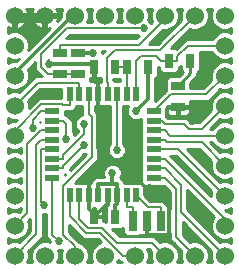
<source format=gtl>
G75*
G70*
%OFA0B0*%
%FSLAX24Y24*%
%IPPOS*%
%LPD*%
%AMOC8*
5,1,8,0,0,1.08239X$1,22.5*
%
%ADD10R,0.0220X0.0500*%
%ADD11R,0.0500X0.0220*%
%ADD12R,0.0472X0.0315*%
%ADD13R,0.0315X0.0472*%
%ADD14R,0.0276X0.0669*%
%ADD15C,0.0600*%
%ADD16C,0.0120*%
%ADD17C,0.0270*%
%ADD18C,0.0080*%
%ADD19C,0.0100*%
D10*
X002458Y002620D03*
X002773Y002620D03*
X003088Y002620D03*
X003403Y002620D03*
X003717Y002620D03*
X004032Y002620D03*
X004347Y002620D03*
X004662Y002620D03*
X004662Y006000D03*
X004347Y006000D03*
X004032Y006000D03*
X003717Y006000D03*
X003403Y006000D03*
X003088Y006000D03*
X002773Y006000D03*
X002458Y006000D03*
D11*
X001870Y005412D03*
X001870Y005097D03*
X001870Y004782D03*
X001870Y004467D03*
X001870Y004153D03*
X001870Y003838D03*
X001870Y003523D03*
X001870Y003208D03*
X005250Y003208D03*
X005250Y003523D03*
X005250Y003838D03*
X005250Y004153D03*
X005250Y004467D03*
X005250Y004782D03*
X005250Y005097D03*
X005250Y005412D03*
D12*
X006070Y005566D03*
X006070Y006274D03*
X002720Y006656D03*
X002120Y006656D03*
X002120Y007364D03*
X002720Y007364D03*
D13*
X003266Y006910D03*
X003974Y006910D03*
X004366Y006910D03*
X005074Y006910D03*
X005766Y007110D03*
X006474Y007110D03*
X003974Y001910D03*
X003266Y001910D03*
D14*
X004548Y001770D03*
X005020Y001770D03*
X005492Y001770D03*
D15*
X000620Y000610D03*
X000620Y001610D03*
X000620Y002610D03*
X000620Y003610D03*
X000620Y004610D03*
X000620Y005610D03*
X000620Y006610D03*
X000620Y007610D03*
X000620Y008610D03*
X001620Y008610D03*
X002620Y008610D03*
X003620Y008610D03*
X004620Y008610D03*
X005620Y008610D03*
X006620Y008610D03*
X007620Y008610D03*
X007620Y007610D03*
X007620Y006610D03*
X007620Y005610D03*
X007620Y004610D03*
X007620Y003610D03*
X007620Y002610D03*
X007620Y001610D03*
X007620Y000610D03*
X006620Y000610D03*
X005620Y000610D03*
X004620Y000610D03*
X003620Y000610D03*
X002620Y000610D03*
X001620Y000610D03*
D16*
X003088Y002177D02*
X003266Y001999D01*
X003266Y001910D01*
X003266Y001999D02*
X003347Y001999D01*
X003717Y002369D01*
X003717Y002620D01*
X003403Y002620D02*
X003403Y003010D01*
X003877Y003010D01*
X003877Y003369D01*
X003877Y003010D02*
X004032Y003010D01*
X004032Y002620D01*
X004032Y002344D01*
X003974Y002286D01*
X003974Y001910D01*
X003088Y002177D02*
X003088Y002620D01*
X003088Y003010D01*
X003088Y003054D01*
X003812Y003779D01*
X004099Y003779D01*
X005012Y002865D01*
X005140Y002865D01*
X005776Y002229D01*
X005776Y001360D01*
X005711Y001295D01*
X005020Y001295D01*
X005020Y001770D01*
X003812Y003779D02*
X003403Y004188D01*
X003403Y005610D01*
X003403Y006000D01*
X003403Y006397D01*
X003266Y006534D01*
X003266Y006882D01*
X003266Y006910D01*
X003166Y007010D01*
X001767Y007010D01*
X001127Y007898D02*
X001127Y008433D01*
X001443Y008433D01*
X001620Y008610D01*
X001127Y008433D02*
X000797Y008433D01*
X000620Y008610D01*
X000620Y006697D02*
X002533Y008610D01*
X002620Y008610D01*
X003106Y007374D02*
X003232Y007374D01*
X003106Y007374D02*
X003096Y007364D01*
X002720Y007364D01*
X004665Y005432D02*
X005074Y005841D01*
X005074Y006910D01*
X000620Y006697D02*
X000620Y006610D01*
D17*
X001767Y007010D03*
X001127Y007898D03*
X003232Y007374D03*
X004922Y008179D03*
X004665Y005432D03*
X004019Y004133D03*
X003877Y003369D03*
X002934Y004291D03*
X002337Y004506D03*
X002927Y005004D03*
X001214Y004868D03*
X001596Y002288D03*
X002087Y001087D03*
X005140Y002865D03*
X006531Y005108D03*
D18*
X006274Y004989D02*
X006425Y004838D01*
X006848Y004838D01*
X007620Y005610D01*
X006998Y005988D02*
X007620Y006610D01*
X006998Y005988D02*
X005826Y005988D01*
X005250Y005412D01*
X005250Y005097D02*
X005520Y005097D01*
X005628Y004989D01*
X006274Y004989D01*
X005792Y004610D02*
X005620Y004782D01*
X005250Y004782D01*
X005250Y004467D02*
X005620Y004467D01*
X005705Y004383D01*
X006847Y004383D01*
X007620Y003610D01*
X007620Y002610D02*
X006077Y004153D01*
X005620Y004153D01*
X005250Y004153D01*
X005250Y003838D02*
X005620Y003838D01*
X007620Y001838D01*
X007620Y001610D01*
X007620Y000610D02*
X006168Y002062D01*
X006168Y002975D01*
X005620Y003523D01*
X005250Y003523D01*
X005250Y003208D02*
X005620Y003208D01*
X006008Y002820D01*
X006008Y001222D01*
X006620Y000610D01*
X005620Y000610D02*
X005186Y001044D01*
X004030Y001044D01*
X003536Y001538D01*
X003063Y001538D01*
X002773Y001828D01*
X002773Y002250D01*
X002773Y002620D01*
X002458Y002620D02*
X002458Y002250D01*
X002458Y001917D01*
X002997Y001378D01*
X003470Y001378D01*
X004237Y000610D01*
X004620Y000610D01*
X004548Y001770D02*
X004548Y002225D01*
X004373Y002225D01*
X004347Y002250D01*
X004347Y002620D01*
X004662Y002620D02*
X005058Y002225D01*
X005492Y002225D01*
X005492Y001770D01*
X004019Y004133D02*
X004019Y005617D01*
X004032Y005630D01*
X004032Y006000D01*
X003717Y006000D02*
X003717Y006370D01*
X003697Y006391D01*
X003697Y007210D01*
X003953Y007466D01*
X005476Y007466D01*
X006620Y008610D01*
X006404Y007610D02*
X006043Y007249D01*
X006043Y007110D01*
X005766Y007110D01*
X005488Y007110D01*
X005332Y007266D01*
X004836Y007266D01*
X004662Y007092D01*
X004662Y006000D01*
X004347Y006000D02*
X004347Y006910D01*
X004366Y006910D01*
X004347Y006910D02*
X003974Y006910D01*
X004764Y007642D02*
X002120Y007642D01*
X002120Y007364D01*
X001505Y007319D02*
X001505Y006886D01*
X001735Y006656D01*
X002120Y006656D01*
X002298Y006656D01*
X002476Y006656D01*
X002720Y006656D01*
X002773Y006370D02*
X001380Y006370D01*
X000620Y005610D01*
X001214Y005126D02*
X001214Y004868D01*
X001214Y005126D02*
X001500Y005412D01*
X001870Y005412D01*
X001870Y005097D02*
X002240Y005097D01*
X002337Y005001D01*
X002337Y004506D01*
X002240Y003967D02*
X002240Y003838D01*
X001870Y003838D01*
X001870Y003523D02*
X002240Y003523D01*
X002240Y003597D01*
X002934Y004291D01*
X002927Y004655D02*
X002240Y003967D01*
X001870Y004153D02*
X001500Y004153D01*
X001500Y002384D01*
X001596Y002288D01*
X001040Y002030D02*
X001040Y004323D01*
X001500Y004782D01*
X001870Y004782D01*
X001870Y004467D02*
X001500Y004467D01*
X001340Y004307D01*
X001340Y001330D01*
X000620Y000610D01*
X000620Y001610D02*
X001040Y002030D01*
X001870Y001303D02*
X001870Y003208D01*
X002228Y002932D02*
X003197Y003902D01*
X003197Y005234D01*
X003088Y005344D01*
X003088Y006000D01*
X002773Y006000D02*
X002773Y006370D01*
X002458Y006000D02*
X002458Y005630D01*
X002228Y005630D01*
X002204Y005653D01*
X001511Y005653D01*
X000620Y004762D01*
X000620Y004610D01*
X002228Y002932D02*
X002228Y001307D01*
X002620Y000914D01*
X002620Y000610D01*
X002087Y001087D02*
X001870Y001303D01*
X002927Y004655D02*
X002927Y005004D01*
X001505Y007319D02*
X002364Y008179D01*
X004922Y008179D01*
X004764Y007642D02*
X005620Y008498D01*
X005620Y008610D01*
X006404Y007610D02*
X007620Y007610D01*
X007620Y004610D02*
X005792Y004610D01*
D19*
X005715Y005199D02*
X005670Y005244D01*
X005670Y005535D01*
X005729Y005594D01*
X006041Y005594D01*
X006041Y005537D01*
X005684Y005537D01*
X005684Y005388D01*
X005694Y005350D01*
X005714Y005316D01*
X005742Y005288D01*
X005776Y005268D01*
X005814Y005258D01*
X006041Y005258D01*
X006041Y005537D01*
X006099Y005537D01*
X006099Y005594D01*
X006456Y005594D01*
X006456Y005743D01*
X006447Y005778D01*
X007085Y005778D01*
X007470Y006163D01*
X007527Y006140D01*
X007713Y006140D01*
X007845Y006194D01*
X007845Y006026D01*
X007713Y006080D01*
X007527Y006080D01*
X007354Y006008D01*
X007222Y005876D01*
X007150Y005703D01*
X007150Y005517D01*
X007173Y005460D01*
X006761Y005048D01*
X006512Y005048D01*
X006484Y005076D01*
X006361Y005199D01*
X005715Y005199D01*
X005681Y005234D02*
X006947Y005234D01*
X007045Y005332D02*
X006435Y005332D01*
X006426Y005316D02*
X006446Y005350D01*
X006456Y005388D01*
X006456Y005537D01*
X006099Y005537D01*
X006099Y005258D01*
X006326Y005258D01*
X006364Y005268D01*
X006398Y005288D01*
X006426Y005316D01*
X006370Y005240D02*
X006080Y005240D01*
X006070Y005230D01*
X006070Y005560D01*
X006070Y005570D01*
X006070Y005566D02*
X006073Y005566D01*
X006099Y005529D02*
X006041Y005529D01*
X006041Y005431D02*
X006099Y005431D01*
X006099Y005332D02*
X006041Y005332D01*
X005705Y005332D02*
X005670Y005332D01*
X005670Y005431D02*
X005684Y005431D01*
X005670Y005529D02*
X005684Y005529D01*
X005365Y005825D02*
X005304Y005825D01*
X005304Y005764D02*
X005304Y006506D01*
X005402Y006603D01*
X005402Y006900D01*
X005438Y006900D01*
X005438Y006803D01*
X005538Y006704D01*
X005994Y006704D01*
X006093Y006803D01*
X006093Y006900D01*
X006130Y006900D01*
X006147Y006917D01*
X006147Y006803D01*
X006217Y006733D01*
X006086Y006602D01*
X005763Y006602D01*
X005664Y006502D01*
X005664Y006123D01*
X005616Y006075D01*
X005304Y005764D01*
X005304Y005923D02*
X005464Y005923D01*
X005562Y006022D02*
X005304Y006022D01*
X005304Y006120D02*
X005661Y006120D01*
X005664Y006219D02*
X005304Y006219D01*
X005304Y006317D02*
X005664Y006317D01*
X005664Y006416D02*
X005304Y006416D01*
X005312Y006514D02*
X005676Y006514D01*
X005531Y006711D02*
X005402Y006711D01*
X005402Y006613D02*
X006097Y006613D01*
X006001Y006711D02*
X006196Y006711D01*
X006147Y006810D02*
X006093Y006810D01*
X006138Y006908D02*
X006147Y006908D01*
X006474Y007110D02*
X006474Y006679D01*
X006070Y006274D01*
X006476Y006317D02*
X007030Y006317D01*
X006932Y006219D02*
X006476Y006219D01*
X006476Y006198D02*
X006911Y006198D01*
X007173Y006460D01*
X007150Y006517D01*
X007150Y006703D01*
X007222Y006876D01*
X007354Y007008D01*
X007527Y007080D01*
X007713Y007080D01*
X007845Y007026D01*
X007845Y007194D01*
X007713Y007140D01*
X007527Y007140D01*
X007354Y007212D01*
X007222Y007344D01*
X007198Y007400D01*
X006802Y007400D01*
X006802Y006803D01*
X006702Y006704D01*
X006694Y006704D01*
X006694Y006588D01*
X006565Y006459D01*
X006476Y006369D01*
X006476Y006198D01*
X006522Y006416D02*
X007129Y006416D01*
X007151Y006514D02*
X006621Y006514D01*
X006694Y006613D02*
X007150Y006613D01*
X007153Y006711D02*
X006709Y006711D01*
X006802Y006810D02*
X007194Y006810D01*
X007253Y006908D02*
X006802Y006908D01*
X006802Y007007D02*
X007352Y007007D01*
X007373Y007204D02*
X006802Y007204D01*
X006802Y007302D02*
X007263Y007302D01*
X007198Y007820D02*
X006317Y007820D01*
X006004Y007506D01*
X005994Y007516D01*
X005823Y007516D01*
X006470Y008163D01*
X006527Y008140D01*
X006713Y008140D01*
X006886Y008212D01*
X007018Y008344D01*
X007090Y008517D01*
X007090Y008703D01*
X007036Y008835D01*
X007204Y008835D01*
X007150Y008703D01*
X007150Y008517D01*
X007222Y008344D01*
X007354Y008212D01*
X007527Y008140D01*
X007713Y008140D01*
X007845Y008194D01*
X007845Y008026D01*
X007713Y008080D01*
X007527Y008080D01*
X007354Y008008D01*
X007222Y007876D01*
X007198Y007820D01*
X007238Y007893D02*
X006200Y007893D01*
X006292Y007795D02*
X006102Y007795D01*
X006193Y007696D02*
X006003Y007696D01*
X006095Y007598D02*
X005905Y007598D01*
X005606Y007893D02*
X005312Y007893D01*
X005213Y007795D02*
X005508Y007795D01*
X005409Y007696D02*
X005115Y007696D01*
X005095Y007676D02*
X005559Y008140D01*
X005713Y008140D01*
X005886Y008212D01*
X006018Y008344D01*
X006090Y008517D01*
X006090Y008703D01*
X006036Y008835D01*
X006204Y008835D01*
X006150Y008703D01*
X006150Y008517D01*
X006173Y008460D01*
X005389Y007676D01*
X005095Y007676D01*
X004747Y007923D02*
X004677Y007852D01*
X002334Y007852D01*
X002451Y007969D01*
X004701Y007969D01*
X004747Y007923D01*
X004718Y007893D02*
X002375Y007893D01*
X002038Y008440D02*
X002059Y008505D01*
X002068Y008560D01*
X001670Y008560D01*
X001670Y008660D01*
X002068Y008660D01*
X002059Y008715D01*
X002037Y008783D01*
X002010Y008835D01*
X002204Y008835D01*
X002150Y008703D01*
X002150Y008552D01*
X002038Y008440D01*
X002052Y008484D02*
X002082Y008484D01*
X002150Y008583D02*
X001670Y008583D01*
X001670Y008560D02*
X001670Y008162D01*
X001725Y008171D01*
X001790Y008192D01*
X001073Y007475D01*
X001090Y007517D01*
X001090Y007703D01*
X001018Y007876D01*
X000886Y008008D01*
X000713Y008080D01*
X000527Y008080D01*
X000395Y008026D01*
X000395Y008220D01*
X000447Y008193D01*
X000515Y008171D01*
X000570Y008162D01*
X000570Y008560D01*
X000670Y008560D01*
X000670Y008660D01*
X001068Y008660D01*
X001059Y008715D01*
X001037Y008783D01*
X001010Y008835D01*
X001230Y008835D01*
X001203Y008783D01*
X001181Y008715D01*
X001172Y008660D01*
X001570Y008660D01*
X001570Y008560D01*
X001670Y008560D01*
X001670Y008484D02*
X001570Y008484D01*
X001570Y008560D02*
X001570Y008162D01*
X001515Y008171D01*
X001447Y008193D01*
X001384Y008225D01*
X001327Y008267D01*
X001277Y008317D01*
X001235Y008374D01*
X001203Y008437D01*
X001181Y008505D01*
X001172Y008560D01*
X001570Y008560D01*
X001570Y008583D02*
X000670Y008583D01*
X000670Y008560D02*
X001068Y008560D01*
X001059Y008505D01*
X001037Y008437D01*
X001005Y008374D01*
X000963Y008317D01*
X000913Y008267D01*
X000856Y008225D01*
X000793Y008193D01*
X000725Y008171D01*
X000670Y008162D01*
X000670Y008560D01*
X000670Y008484D02*
X000570Y008484D01*
X000570Y008386D02*
X000670Y008386D01*
X000670Y008287D02*
X000570Y008287D01*
X000570Y008189D02*
X000670Y008189D01*
X000779Y008189D02*
X001461Y008189D01*
X001570Y008189D02*
X001670Y008189D01*
X001670Y008287D02*
X001570Y008287D01*
X001570Y008386D02*
X001670Y008386D01*
X001779Y008189D02*
X001786Y008189D01*
X001688Y008090D02*
X000395Y008090D01*
X000395Y008189D02*
X000461Y008189D01*
X000903Y007992D02*
X001589Y007992D01*
X001491Y007893D02*
X001002Y007893D01*
X001052Y007795D02*
X001392Y007795D01*
X001294Y007696D02*
X001090Y007696D01*
X001090Y007598D02*
X001195Y007598D01*
X001097Y007499D02*
X001083Y007499D01*
X000755Y007157D02*
X000678Y007080D01*
X000527Y007080D01*
X000395Y007026D01*
X000395Y007194D01*
X000527Y007140D01*
X000713Y007140D01*
X000755Y007157D01*
X000703Y007105D02*
X000395Y007105D01*
X001050Y006801D02*
X001295Y007046D01*
X001295Y006799D01*
X001514Y006580D01*
X001293Y006580D01*
X000770Y006057D01*
X000713Y006080D01*
X000527Y006080D01*
X000395Y006026D01*
X000395Y006194D01*
X000527Y006140D01*
X000713Y006140D01*
X000886Y006212D01*
X001018Y006344D01*
X001090Y006517D01*
X001090Y006703D01*
X001050Y006801D01*
X001058Y006810D02*
X001295Y006810D01*
X001383Y006711D02*
X001087Y006711D01*
X001090Y006613D02*
X001482Y006613D01*
X001227Y006514D02*
X001089Y006514D01*
X001129Y006416D02*
X001048Y006416D01*
X001030Y006317D02*
X000992Y006317D01*
X000932Y006219D02*
X000893Y006219D01*
X000833Y006120D02*
X000395Y006120D01*
X001067Y005760D02*
X001467Y006160D01*
X002178Y006160D01*
X002178Y005863D01*
X001424Y005863D01*
X001301Y005740D01*
X001090Y005529D01*
X001090Y005703D01*
X001067Y005760D01*
X001081Y005726D02*
X001287Y005726D01*
X001385Y005825D02*
X001131Y005825D01*
X001230Y005923D02*
X002178Y005923D01*
X002178Y006022D02*
X001328Y006022D01*
X001427Y006120D02*
X002178Y006120D01*
X002668Y005580D02*
X002878Y005580D01*
X002878Y005309D01*
X002867Y005309D01*
X002754Y005263D01*
X002669Y005177D01*
X002622Y005065D01*
X002622Y004943D01*
X002669Y004831D01*
X002717Y004783D01*
X002717Y004742D01*
X002613Y004637D01*
X002595Y004679D01*
X002547Y004728D01*
X002547Y005088D01*
X002450Y005184D01*
X002327Y005307D01*
X002290Y005307D01*
X002290Y005420D01*
X002545Y005420D01*
X002668Y005543D01*
X002668Y005580D01*
X002654Y005529D02*
X002878Y005529D01*
X002878Y005431D02*
X002555Y005431D01*
X002401Y005234D02*
X002725Y005234D01*
X002651Y005135D02*
X002499Y005135D01*
X002547Y005037D02*
X002622Y005037D01*
X002624Y004938D02*
X002547Y004938D01*
X002547Y004840D02*
X002665Y004840D01*
X002717Y004741D02*
X002547Y004741D01*
X002610Y004643D02*
X002618Y004643D01*
X002926Y003986D02*
X002985Y003986D01*
X002450Y003451D01*
X002450Y003510D01*
X002926Y003986D01*
X002952Y003953D02*
X002893Y003953D01*
X002853Y003855D02*
X002795Y003855D01*
X002755Y003756D02*
X002696Y003756D01*
X002656Y003658D02*
X002598Y003658D01*
X002558Y003559D02*
X002499Y003559D01*
X002459Y003461D02*
X002450Y003461D01*
X002311Y003313D02*
X002290Y003291D01*
X002290Y003313D01*
X002311Y003313D01*
X002633Y003040D02*
X003284Y003692D01*
X003407Y003815D01*
X003407Y005321D01*
X003298Y005431D01*
X003298Y005600D01*
X003398Y005600D01*
X003398Y005995D01*
X003408Y005995D01*
X003408Y005600D01*
X003517Y005600D01*
X003537Y005580D01*
X003809Y005580D01*
X003809Y004355D01*
X003761Y004306D01*
X003714Y004194D01*
X003714Y004073D01*
X003761Y003961D01*
X003847Y003875D01*
X003959Y003828D01*
X004080Y003828D01*
X004192Y003875D01*
X004278Y003961D01*
X004324Y004073D01*
X004324Y004194D01*
X004278Y004306D01*
X004229Y004355D01*
X004229Y005530D01*
X004242Y005543D01*
X004242Y005580D01*
X004397Y005580D01*
X004360Y005492D01*
X004360Y005371D01*
X004407Y005259D01*
X004493Y005173D01*
X004605Y005127D01*
X004726Y005127D01*
X004830Y005170D01*
X004830Y003040D01*
X004262Y003040D01*
X004262Y003105D01*
X004146Y003222D01*
X004182Y003308D01*
X004182Y003430D01*
X004135Y003542D01*
X004050Y003628D01*
X003937Y003674D01*
X003816Y003674D01*
X003704Y003628D01*
X003618Y003542D01*
X003572Y003430D01*
X003572Y003308D01*
X003600Y003240D01*
X003307Y003240D01*
X003173Y003105D01*
X003173Y003020D01*
X003093Y003020D01*
X003093Y002625D01*
X003083Y002625D01*
X003083Y003020D01*
X002973Y003020D01*
X002953Y003040D01*
X002633Y003040D01*
X002659Y003067D02*
X003173Y003067D01*
X003232Y003165D02*
X002758Y003165D01*
X002856Y003264D02*
X003590Y003264D01*
X003572Y003362D02*
X002955Y003362D01*
X003053Y003461D02*
X003585Y003461D01*
X003635Y003559D02*
X003152Y003559D01*
X003250Y003658D02*
X003776Y003658D01*
X003977Y003658D02*
X004830Y003658D01*
X004830Y003756D02*
X003349Y003756D01*
X003407Y003855D02*
X003896Y003855D01*
X003768Y003953D02*
X003407Y003953D01*
X003407Y004052D02*
X003723Y004052D01*
X003714Y004150D02*
X003407Y004150D01*
X003407Y004249D02*
X003737Y004249D01*
X003802Y004347D02*
X003407Y004347D01*
X003407Y004446D02*
X003809Y004446D01*
X003809Y004544D02*
X003407Y004544D01*
X003407Y004643D02*
X003809Y004643D01*
X003809Y004741D02*
X003407Y004741D01*
X003407Y004840D02*
X003809Y004840D01*
X003809Y004938D02*
X003407Y004938D01*
X003407Y005037D02*
X003809Y005037D01*
X003809Y005135D02*
X003407Y005135D01*
X003407Y005234D02*
X003809Y005234D01*
X003809Y005332D02*
X003397Y005332D01*
X003298Y005431D02*
X003809Y005431D01*
X003809Y005529D02*
X003298Y005529D01*
X003398Y005628D02*
X003408Y005628D01*
X003398Y005726D02*
X003408Y005726D01*
X003398Y005825D02*
X003408Y005825D01*
X003398Y005923D02*
X003408Y005923D01*
X003408Y006005D02*
X003398Y006005D01*
X003398Y006400D01*
X003288Y006400D01*
X003268Y006420D01*
X003118Y006420D01*
X003126Y006428D01*
X003126Y006524D01*
X003237Y006524D01*
X003237Y006881D01*
X003294Y006881D01*
X003294Y006524D01*
X003443Y006524D01*
X003481Y006534D01*
X003487Y006537D01*
X003487Y006400D01*
X003408Y006400D01*
X003408Y006005D01*
X003408Y006022D02*
X003398Y006022D01*
X003398Y006120D02*
X003408Y006120D01*
X003398Y006219D02*
X003408Y006219D01*
X003398Y006317D02*
X003408Y006317D01*
X003487Y006416D02*
X003272Y006416D01*
X003126Y006514D02*
X003487Y006514D01*
X003294Y006613D02*
X003237Y006613D01*
X003237Y006711D02*
X003294Y006711D01*
X003294Y006810D02*
X003237Y006810D01*
X002958Y006983D02*
X002958Y007037D01*
X001813Y007037D01*
X001715Y007136D01*
X001715Y006973D01*
X001759Y006929D01*
X001813Y006983D01*
X002958Y006983D01*
X002958Y007007D02*
X001715Y007007D01*
X001715Y007105D02*
X001745Y007105D01*
X001295Y007007D02*
X001255Y007007D01*
X001295Y006908D02*
X001156Y006908D01*
X001188Y005628D02*
X001090Y005628D01*
X000701Y005140D02*
X000641Y005080D01*
X000527Y005080D01*
X000395Y005026D01*
X000395Y005194D01*
X000527Y005140D01*
X000701Y005140D01*
X000696Y005135D02*
X000395Y005135D01*
X000395Y005037D02*
X000422Y005037D01*
X000395Y004194D02*
X000527Y004140D01*
X000713Y004140D01*
X000830Y004188D01*
X000830Y004032D01*
X000713Y004080D01*
X000527Y004080D01*
X000395Y004026D01*
X000395Y004194D01*
X000395Y004150D02*
X000502Y004150D01*
X000458Y004052D02*
X000395Y004052D01*
X000738Y004150D02*
X000830Y004150D01*
X000830Y004052D02*
X000782Y004052D01*
X000830Y003188D02*
X000713Y003140D01*
X000527Y003140D01*
X000395Y003194D01*
X000395Y003026D01*
X000527Y003080D01*
X000713Y003080D01*
X000830Y003032D01*
X000830Y003188D01*
X000830Y003165D02*
X000774Y003165D01*
X000746Y003067D02*
X000830Y003067D01*
X000494Y003067D02*
X000395Y003067D01*
X000395Y003165D02*
X000466Y003165D01*
X000395Y002194D02*
X000527Y002140D01*
X000713Y002140D01*
X000830Y002188D01*
X000830Y002117D01*
X000770Y002057D01*
X000713Y002080D01*
X000527Y002080D01*
X000395Y002026D01*
X000395Y002194D01*
X000395Y002180D02*
X000430Y002180D01*
X000395Y002082D02*
X000795Y002082D01*
X000810Y002180D02*
X000830Y002180D01*
X001130Y001823D02*
X001130Y001417D01*
X000770Y001057D01*
X000713Y001080D01*
X000527Y001080D01*
X000395Y001026D01*
X000395Y001194D01*
X000527Y001140D01*
X000713Y001140D01*
X000886Y001212D01*
X001018Y001344D01*
X001090Y001517D01*
X001090Y001703D01*
X001067Y001760D01*
X001127Y001820D01*
X001130Y001823D01*
X001130Y001786D02*
X001093Y001786D01*
X001090Y001688D02*
X001130Y001688D01*
X001130Y001589D02*
X001090Y001589D01*
X001079Y001491D02*
X001130Y001491D01*
X001105Y001392D02*
X001038Y001392D01*
X001007Y001294D02*
X000968Y001294D01*
X000908Y001195D02*
X000846Y001195D01*
X000810Y001097D02*
X000395Y001097D01*
X001067Y000760D02*
X001550Y001243D01*
X001550Y001983D01*
X001660Y001983D01*
X001660Y001985D02*
X001660Y001216D01*
X001782Y001095D01*
X001782Y001052D01*
X001713Y001080D01*
X001527Y001080D01*
X001354Y001008D01*
X001222Y000876D01*
X001150Y000703D01*
X001150Y000517D01*
X001204Y000385D01*
X001036Y000385D01*
X001090Y000517D01*
X001090Y000703D01*
X001067Y000760D01*
X001108Y000801D02*
X001190Y000801D01*
X001206Y000900D02*
X001245Y000900D01*
X001305Y000998D02*
X001343Y000998D01*
X001403Y001097D02*
X001780Y001097D01*
X001681Y001195D02*
X001502Y001195D01*
X001550Y001294D02*
X001660Y001294D01*
X001660Y001392D02*
X001550Y001392D01*
X001550Y001491D02*
X001660Y001491D01*
X001660Y001589D02*
X001550Y001589D01*
X001550Y001688D02*
X001660Y001688D01*
X001660Y001786D02*
X001550Y001786D01*
X001550Y001885D02*
X001660Y001885D01*
X001656Y001983D02*
X001550Y001983D01*
X001656Y001983D02*
X001660Y001985D01*
X002438Y001640D02*
X002438Y001394D01*
X002778Y001053D01*
X002886Y001008D01*
X003018Y000876D01*
X003090Y000703D01*
X003090Y000517D01*
X003036Y000385D01*
X003204Y000385D01*
X003150Y000517D01*
X003150Y000703D01*
X003222Y000876D01*
X003354Y001008D01*
X003487Y001064D01*
X003383Y001168D01*
X002910Y001168D01*
X002438Y001640D01*
X002438Y001589D02*
X002488Y001589D01*
X002438Y001491D02*
X002587Y001491D01*
X002685Y001392D02*
X002439Y001392D01*
X002538Y001294D02*
X002784Y001294D01*
X002882Y001195D02*
X002636Y001195D01*
X002735Y001097D02*
X003454Y001097D01*
X003343Y000998D02*
X002897Y000998D01*
X002995Y000900D02*
X003245Y000900D01*
X003190Y000801D02*
X003050Y000801D01*
X003090Y000703D02*
X003150Y000703D01*
X003150Y000604D02*
X003090Y000604D01*
X003085Y000506D02*
X003155Y000506D01*
X003195Y000407D02*
X003045Y000407D01*
X002204Y000385D02*
X002036Y000385D01*
X002090Y000517D01*
X002090Y000703D01*
X002058Y000782D01*
X002147Y000782D01*
X002190Y000799D01*
X002150Y000703D01*
X002150Y000517D01*
X002204Y000385D01*
X002195Y000407D02*
X002045Y000407D01*
X002085Y000506D02*
X002155Y000506D01*
X002150Y000604D02*
X002090Y000604D01*
X002090Y000703D02*
X002150Y000703D01*
X001195Y000407D02*
X001045Y000407D01*
X001085Y000506D02*
X001155Y000506D01*
X001150Y000604D02*
X001090Y000604D01*
X001090Y000703D02*
X001150Y000703D01*
X003083Y002673D02*
X003093Y002673D01*
X003083Y002771D02*
X003093Y002771D01*
X003083Y002870D02*
X003093Y002870D01*
X003083Y002968D02*
X003093Y002968D01*
X003712Y002615D02*
X003712Y002282D01*
X003722Y002292D01*
X003722Y002615D01*
X003712Y002615D01*
X003712Y002574D02*
X003722Y002574D01*
X003712Y002476D02*
X003722Y002476D01*
X003712Y002377D02*
X003722Y002377D01*
X003650Y002220D02*
X003647Y002217D01*
X003647Y001724D01*
X003623Y001748D01*
X003573Y001748D01*
X003573Y001881D01*
X003294Y001881D01*
X003294Y001939D01*
X003237Y001939D01*
X003237Y002200D01*
X003294Y002200D01*
X003294Y001939D01*
X003573Y001939D01*
X003573Y002166D01*
X003564Y002200D01*
X003583Y002200D01*
X003603Y002220D01*
X003650Y002220D01*
X003647Y002180D02*
X003569Y002180D01*
X003573Y002082D02*
X003647Y002082D01*
X003647Y001983D02*
X003573Y001983D01*
X003647Y001885D02*
X003294Y001885D01*
X003294Y001983D02*
X003237Y001983D01*
X003237Y002082D02*
X003294Y002082D01*
X003294Y002180D02*
X003237Y002180D01*
X003573Y001786D02*
X003647Y001786D01*
X003867Y001504D02*
X004202Y001504D01*
X004240Y001541D01*
X004240Y001365D01*
X004339Y001265D01*
X004756Y001265D01*
X004800Y001310D01*
X004824Y001296D01*
X004862Y001285D01*
X005001Y001285D01*
X005001Y001751D01*
X005039Y001751D01*
X005039Y001285D01*
X005178Y001285D01*
X005216Y001296D01*
X005240Y001310D01*
X005284Y001265D01*
X005701Y001265D01*
X005798Y001362D01*
X005798Y001135D01*
X005921Y001012D01*
X006173Y000760D01*
X006150Y000703D01*
X006150Y000517D01*
X006204Y000385D01*
X006036Y000385D01*
X006090Y000517D01*
X006090Y000703D01*
X006018Y000876D01*
X005886Y001008D01*
X005713Y001080D01*
X005527Y001080D01*
X005470Y001057D01*
X005396Y001131D01*
X005273Y001254D01*
X004117Y001254D01*
X003867Y001504D01*
X003880Y001491D02*
X004240Y001491D01*
X004240Y001392D02*
X003979Y001392D01*
X004077Y001294D02*
X004311Y001294D01*
X004784Y001294D02*
X004832Y001294D01*
X005001Y001294D02*
X005039Y001294D01*
X005039Y001392D02*
X005001Y001392D01*
X005001Y001491D02*
X005039Y001491D01*
X005039Y001589D02*
X005001Y001589D01*
X005001Y001688D02*
X005039Y001688D01*
X005208Y001294D02*
X005256Y001294D01*
X005332Y001195D02*
X005798Y001195D01*
X005837Y001097D02*
X005430Y001097D01*
X005099Y000834D02*
X005173Y000760D01*
X005150Y000703D01*
X005150Y000517D01*
X005204Y000385D01*
X005036Y000385D01*
X005090Y000517D01*
X005090Y000703D01*
X005036Y000834D01*
X005099Y000834D01*
X005132Y000801D02*
X005050Y000801D01*
X005090Y000703D02*
X005150Y000703D01*
X005150Y000604D02*
X005090Y000604D01*
X005085Y000506D02*
X005155Y000506D01*
X005195Y000407D02*
X005045Y000407D01*
X004204Y000385D02*
X004198Y000400D01*
X004150Y000400D01*
X004074Y000477D01*
X004036Y000385D01*
X004204Y000385D01*
X004143Y000407D02*
X004045Y000407D01*
X005798Y002178D02*
X005702Y002273D01*
X005702Y002312D01*
X005579Y002435D01*
X005145Y002435D01*
X004942Y002637D01*
X004942Y002928D01*
X005570Y002928D01*
X005587Y002944D01*
X005798Y002733D01*
X005798Y002178D01*
X005798Y002180D02*
X005795Y002180D01*
X005798Y002279D02*
X005702Y002279D01*
X005637Y002377D02*
X005798Y002377D01*
X005798Y002476D02*
X005104Y002476D01*
X005005Y002574D02*
X005798Y002574D01*
X005798Y002673D02*
X004942Y002673D01*
X004942Y002771D02*
X005760Y002771D01*
X005661Y002870D02*
X004942Y002870D01*
X004830Y003067D02*
X004262Y003067D01*
X004203Y003165D02*
X004830Y003165D01*
X004830Y003264D02*
X004163Y003264D01*
X004182Y003362D02*
X004830Y003362D01*
X004830Y003461D02*
X004169Y003461D01*
X004118Y003559D02*
X004830Y003559D01*
X004830Y003855D02*
X004143Y003855D01*
X004270Y003953D02*
X004830Y003953D01*
X004830Y004052D02*
X004316Y004052D01*
X004324Y004150D02*
X004830Y004150D01*
X004830Y004249D02*
X004302Y004249D01*
X004237Y004347D02*
X004830Y004347D01*
X004830Y004446D02*
X004229Y004446D01*
X004229Y004544D02*
X004830Y004544D01*
X004830Y004643D02*
X004229Y004643D01*
X004229Y004741D02*
X004830Y004741D01*
X004830Y004840D02*
X004229Y004840D01*
X004229Y004938D02*
X004830Y004938D01*
X004830Y005037D02*
X004229Y005037D01*
X004229Y005135D02*
X004585Y005135D01*
X004746Y005135D02*
X004830Y005135D01*
X004432Y005234D02*
X004229Y005234D01*
X004229Y005332D02*
X004377Y005332D01*
X004360Y005431D02*
X004229Y005431D01*
X004229Y005529D02*
X004376Y005529D01*
X004137Y006420D02*
X003927Y006420D01*
X003927Y006457D01*
X003907Y006478D01*
X003907Y006504D01*
X004137Y006504D01*
X004137Y006420D01*
X003537Y007347D02*
X003537Y007432D01*
X003622Y007432D01*
X003537Y007347D01*
X003537Y007401D02*
X003591Y007401D01*
X003203Y008389D02*
X003037Y008389D01*
X003090Y008517D01*
X003090Y008703D01*
X003036Y008835D01*
X003204Y008835D01*
X003150Y008703D01*
X003150Y008517D01*
X003203Y008389D01*
X003163Y008484D02*
X003077Y008484D01*
X003090Y008583D02*
X003150Y008583D01*
X003150Y008681D02*
X003090Y008681D01*
X003059Y008780D02*
X003181Y008780D01*
X004036Y008835D02*
X004204Y008835D01*
X004150Y008703D01*
X004150Y008517D01*
X004203Y008389D01*
X004037Y008389D01*
X004090Y008517D01*
X004090Y008703D01*
X004036Y008835D01*
X004059Y008780D02*
X004181Y008780D01*
X004150Y008681D02*
X004090Y008681D01*
X004090Y008583D02*
X004150Y008583D01*
X004163Y008484D02*
X004077Y008484D01*
X005063Y008451D02*
X005090Y008517D01*
X005090Y008703D01*
X005036Y008835D01*
X005204Y008835D01*
X005150Y008703D01*
X005150Y008517D01*
X005206Y008381D01*
X005179Y008354D01*
X005095Y008438D01*
X005063Y008451D01*
X005077Y008484D02*
X005163Y008484D01*
X005150Y008583D02*
X005090Y008583D01*
X005090Y008681D02*
X005150Y008681D01*
X005181Y008780D02*
X005059Y008780D01*
X005147Y008386D02*
X005204Y008386D01*
X005509Y008090D02*
X005803Y008090D01*
X005831Y008189D02*
X005902Y008189D01*
X005962Y008287D02*
X006000Y008287D01*
X006036Y008386D02*
X006099Y008386D01*
X006077Y008484D02*
X006163Y008484D01*
X006150Y008583D02*
X006090Y008583D01*
X006090Y008681D02*
X006150Y008681D01*
X006181Y008780D02*
X006059Y008780D01*
X006397Y008090D02*
X007845Y008090D01*
X007831Y008189D02*
X007845Y008189D01*
X007409Y008189D02*
X006831Y008189D01*
X006962Y008287D02*
X007278Y008287D01*
X007204Y008386D02*
X007036Y008386D01*
X007077Y008484D02*
X007163Y008484D01*
X007150Y008583D02*
X007090Y008583D01*
X007090Y008681D02*
X007150Y008681D01*
X007181Y008780D02*
X007059Y008780D01*
X007337Y007992D02*
X006299Y007992D01*
X005705Y007992D02*
X005410Y007992D01*
X005402Y006810D02*
X005438Y006810D01*
X006456Y005726D02*
X007159Y005726D01*
X007150Y005628D02*
X006456Y005628D01*
X006456Y005529D02*
X007150Y005529D01*
X007144Y005431D02*
X006456Y005431D01*
X006370Y005240D02*
X006502Y005108D01*
X006531Y005108D01*
X006425Y005135D02*
X006848Y005135D01*
X007127Y004820D02*
X007470Y005163D01*
X007527Y005140D01*
X007713Y005140D01*
X007845Y005194D01*
X007845Y005026D01*
X007713Y005080D01*
X007527Y005080D01*
X007354Y005008D01*
X007222Y004876D01*
X007198Y004820D01*
X007127Y004820D01*
X007146Y004840D02*
X007206Y004840D01*
X007245Y004938D02*
X007283Y004938D01*
X007343Y005037D02*
X007422Y005037D01*
X007442Y005135D02*
X007845Y005135D01*
X007845Y005037D02*
X007818Y005037D01*
X007198Y004400D02*
X007222Y004344D01*
X007354Y004212D01*
X007527Y004140D01*
X007713Y004140D01*
X007845Y004194D01*
X007845Y004026D01*
X007713Y004080D01*
X007527Y004080D01*
X007470Y004057D01*
X007127Y004400D01*
X007198Y004400D01*
X007180Y004347D02*
X007220Y004347D01*
X007278Y004249D02*
X007317Y004249D01*
X007377Y004150D02*
X007502Y004150D01*
X007738Y004150D02*
X007845Y004150D01*
X007845Y004052D02*
X007782Y004052D01*
X007173Y003760D02*
X006760Y004173D01*
X006354Y004173D01*
X007470Y003057D01*
X007527Y003080D01*
X007713Y003080D01*
X007845Y003026D01*
X007845Y003194D01*
X007713Y003140D01*
X007527Y003140D01*
X007354Y003212D01*
X007222Y003344D01*
X007150Y003517D01*
X007150Y003703D01*
X007173Y003760D01*
X007172Y003756D02*
X006771Y003756D01*
X006869Y003658D02*
X007150Y003658D01*
X007150Y003559D02*
X006968Y003559D01*
X007066Y003461D02*
X007173Y003461D01*
X007165Y003362D02*
X007214Y003362D01*
X007263Y003264D02*
X007302Y003264D01*
X007362Y003165D02*
X007466Y003165D01*
X007460Y003067D02*
X007494Y003067D01*
X007746Y003067D02*
X007845Y003067D01*
X007845Y003165D02*
X007774Y003165D01*
X007173Y002760D02*
X007150Y002703D01*
X007150Y002605D01*
X005830Y003925D01*
X005812Y003943D01*
X005990Y003943D01*
X007173Y002760D01*
X007162Y002771D02*
X006984Y002771D01*
X007064Y002870D02*
X006885Y002870D01*
X006965Y002968D02*
X006787Y002968D01*
X006867Y003067D02*
X006688Y003067D01*
X006768Y003165D02*
X006590Y003165D01*
X006670Y003264D02*
X006491Y003264D01*
X006571Y003362D02*
X006393Y003362D01*
X006473Y003461D02*
X006294Y003461D01*
X006374Y003559D02*
X006196Y003559D01*
X006276Y003658D02*
X006097Y003658D01*
X006177Y003756D02*
X005999Y003756D01*
X006079Y003855D02*
X005900Y003855D01*
X006377Y004150D02*
X006783Y004150D01*
X006882Y004052D02*
X006475Y004052D01*
X006574Y003953D02*
X006980Y003953D01*
X007079Y003855D02*
X006672Y003855D01*
X006378Y002783D02*
X007253Y001908D01*
X007222Y001876D01*
X007150Y001703D01*
X007150Y001517D01*
X007222Y001344D01*
X007354Y001212D01*
X007527Y001140D01*
X007713Y001140D01*
X007845Y001194D01*
X007845Y001026D01*
X007713Y001080D01*
X007527Y001080D01*
X007470Y001057D01*
X006378Y002149D01*
X006378Y002783D01*
X006378Y002771D02*
X006390Y002771D01*
X006378Y002673D02*
X006488Y002673D01*
X006587Y002574D02*
X006378Y002574D01*
X006378Y002476D02*
X006685Y002476D01*
X006784Y002377D02*
X006378Y002377D01*
X006378Y002279D02*
X006882Y002279D01*
X006981Y002180D02*
X006378Y002180D01*
X006445Y002082D02*
X007079Y002082D01*
X007178Y001983D02*
X006544Y001983D01*
X006642Y001885D02*
X007230Y001885D01*
X007184Y001786D02*
X006741Y001786D01*
X006839Y001688D02*
X007150Y001688D01*
X007150Y001589D02*
X006938Y001589D01*
X007036Y001491D02*
X007161Y001491D01*
X007135Y001392D02*
X007202Y001392D01*
X007233Y001294D02*
X007272Y001294D01*
X007332Y001195D02*
X007394Y001195D01*
X007430Y001097D02*
X007845Y001097D01*
X007173Y000760D02*
X007150Y000703D01*
X007150Y000517D01*
X007204Y000385D01*
X007036Y000385D01*
X007090Y000517D01*
X007090Y000703D01*
X007018Y000876D01*
X006886Y001008D01*
X006713Y001080D01*
X006527Y001080D01*
X006470Y001057D01*
X006218Y001309D01*
X006218Y001715D01*
X007173Y000760D01*
X007132Y000801D02*
X007050Y000801D01*
X007034Y000900D02*
X006995Y000900D01*
X006935Y000998D02*
X006897Y000998D01*
X006837Y001097D02*
X006430Y001097D01*
X006332Y001195D02*
X006738Y001195D01*
X006640Y001294D02*
X006233Y001294D01*
X006218Y001392D02*
X006541Y001392D01*
X006443Y001491D02*
X006218Y001491D01*
X006218Y001589D02*
X006344Y001589D01*
X006246Y001688D02*
X006218Y001688D01*
X005798Y001294D02*
X005729Y001294D01*
X005897Y000998D02*
X005935Y000998D01*
X005995Y000900D02*
X006034Y000900D01*
X006050Y000801D02*
X006132Y000801D01*
X006150Y000703D02*
X006090Y000703D01*
X006090Y000604D02*
X006150Y000604D01*
X006155Y000506D02*
X006085Y000506D01*
X006045Y000407D02*
X006195Y000407D01*
X007045Y000407D02*
X007195Y000407D01*
X007155Y000506D02*
X007085Y000506D01*
X007090Y000604D02*
X007150Y000604D01*
X007150Y000703D02*
X007090Y000703D01*
X007713Y002080D02*
X007845Y002026D01*
X007845Y002194D01*
X007713Y002140D01*
X007615Y002140D01*
X007675Y002080D01*
X007713Y002080D01*
X007673Y002082D02*
X007845Y002082D01*
X007845Y002180D02*
X007810Y002180D01*
X007150Y002673D02*
X007082Y002673D01*
X007131Y005825D02*
X007200Y005825D01*
X007230Y005923D02*
X007268Y005923D01*
X007328Y006022D02*
X007385Y006022D01*
X007427Y006120D02*
X007845Y006120D01*
X007845Y007105D02*
X006802Y007105D01*
X002878Y005332D02*
X002290Y005332D01*
X001450Y005065D02*
X001449Y005064D01*
X001450Y005063D01*
X001450Y005065D01*
X001307Y008287D02*
X000933Y008287D01*
X001011Y008386D02*
X001229Y008386D01*
X001188Y008484D02*
X001052Y008484D01*
X001064Y008681D02*
X001176Y008681D01*
X001202Y008780D02*
X001038Y008780D01*
X002038Y008780D02*
X002181Y008780D01*
X002150Y008681D02*
X002064Y008681D01*
M02*

</source>
